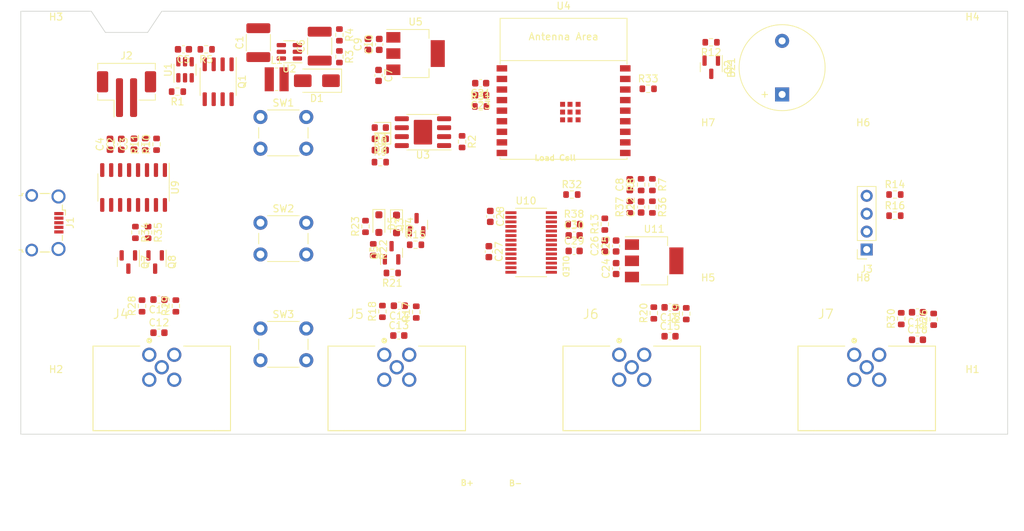
<source format=kicad_pcb>
(kicad_pcb (version 20221018) (generator pcbnew)
  (layers (0 "F.Cu" signal) (31 "B.Cu" signal) (34 "B.Paste" user) (35 "F.Paste" user) (36 "B.SilkS" user "B.Silkscreen") (37 "F.SilkS" user "F.Silkscreen") (38 "B.Mask" user) (39 "F.Mask" user) (44 "Edge.Cuts" user))
  (net 0 "")
  (net 1 "VCC")
  (net 2 "+3V3")
  (net 3 "BAT-")
  (net 4 "+5V")
  (net 5 "Net-(BZ1-+)")
  (net 6 "VBUS")
  (net 7 "SDA")
  (net 8 "RXD")
  (net 9 "TXD")
  (net 10 "PWR_EN")
  (net 11 "BTN_1")
  (net 12 "BTN_3")
  (net 13 "DOUT")
  (net 14 "GND")
  (net 15 "Net-(U1-VCC)")
  (net 16 "+3.3VA")
  (net 17 "Net-(C12-Pad2)")
  (net 18 "Net-(C13-Pad2)")
  (net 19 "A2+")
  (net 20 "A2-")
  (net 21 "Net-(C15-Pad2)")
  (net 22 "A3+")
  (net 23 "A3-")
  (net 24 "A1+")
  (net 25 "A1-")
  (net 26 "Net-(C18-Pad2)")
  (net 27 "A4+")
  (net 28 "A4-")
  (net 29 "ESP32_EN")
  (net 30 "Net-(U10-CAP_1)")
  (net 31 "Net-(U10-CAP_2)")
  (net 32 "GNDA")
  (net 33 "Net-(D1-A)")
  (net 34 "Net-(D2-K)")
  (net 35 "Net-(D2-A)")
  (net 36 "Net-(D3-K)")
  (net 37 "Net-(D3-A)")
  (net 38 "Net-(D4-K)")
  (net 39 "Net-(D4-A)")
  (net 40 "BTN_2")
  (net 41 "D-")
  (net 42 "D+")
  (net 44 "BAT+")
  (net 45 "Net-(J4-Pad3)")
  (net 46 "Net-(J4-Pad4)")
  (net 47 "Net-(J5-Pad3)")
  (net 48 "Net-(J5-Pad4)")
  (net 49 "Net-(J6-Pad3)")
  (net 50 "Net-(J6-Pad4)")
  (net 51 "Net-(J7-Pad3)")
  (net 52 "Net-(J7-Pad4)")
  (net 53 "Net-(Q1A-G1)")
  (net 54 "Net-(Q1B-G2)")
  (net 55 "Net-(Q1A-D1-Pad7)")
  (net 56 "Net-(Q2-G)")
  (net 57 "Net-(Q5-G)")
  (net 58 "Net-(Q7-G)")
  (net 59 "Net-(Q7-S)")
  (net 60 "Net-(Q8-G)")
  (net 61 "Net-(Q8-S)")
  (net 62 "ESP32_IO9")
  (net 63 "Net-(U1-CS)")
  (net 64 "Net-(U3-PROG)")
  (net 65 "Net-(U2-FB)")
  (net 66 "Net-(U9-TXD)")
  (net 67 "Net-(U9-RXD)")
  (net 68 "BUZZER")
  (net 69 "Net-(U10-~{PDWN})")
  (net 80 "MUX1")
  (net 81 "MUX0")
  (net 82 "CLK")
  (net 83 "VBUS_FB")
  (net 84 "VBAT_FB")
  (footprint "Package_TO_SOT_SMD:SOT-23-6" (layer "F.Cu") (at 123.3 48.3 90)
    (fp_text reference "U1" (at 0 -2.4 90) (layer "F.SilkS"))
    (fp_text value "FS312F-G")
    (pad "1" smd roundrect (at -1.1375 -0.95 90) (size 1.325 0.6) (layers "F.Cu" "F.Paste" "F.Mask") (net 54 "Net-(Q1B-G2)"))
    (pad "2" smd roundrect (at -1.1375 0 90) (size 1.325 0.6) (layers "F.Cu" "F.Paste" "F.Mask") (net 63 "Net-(U1-CS)"))
    (pad "3" smd roundrect (at -1.1375 0.95 90) (size 1.325 0.6) (layers "F.Cu" "F.Paste" "F.Mask") (net 53 "Net-(Q1A-G1)"))
    (pad "4" smd roundrect (at 1.1375 0.95 90) (size 1.325 0.6) (layers "F.Cu" "F.Paste" "F.Mask"))
    (pad "5" smd roundrect (at 1.1375 0 90) (size 1.325 0.6) (layers "F.Cu" "F.Paste" "F.Mask") (net 15 "Net-(U1-VCC)"))
    (pad "6" smd roundrect (at 1.1375 -0.95 90) (size 1.325 0.6) (layers "F.Cu" "F.Paste" "F.Mask") (net 3 "BAT-"))
  )
  (footprint "Resistor_SMD:R_0603_1608Metric" (layer "F.Cu") (at 186.4 67.775 90)
    (fp_text reference "R37" (at 0 -1.43 90) (layer "F.SilkS"))
    (fp_text value "100k")
    (pad "1" smd roundrect (at -0.825 0 90) (size 0.8 0.95) (layers "F.Cu" "F.Paste" "F.Mask") (net 83 "VBUS_FB"))
    (pad "2" smd roundrect (at 0.825 0 90) (size 0.8 0.95) (layers "F.Cu" "F.Paste" "F.Mask") (net 14 "GND"))
  )
  (footprint "Package_TO_SOT_SMD:SOT-23" (layer "F.Cu") (at 115.26 75.57 -90)
    (fp_text reference "Q7" (at 0 -2.4 90) (layer "F.SilkS"))
    (fp_text value "BSS138")
    (pad "1" smd roundrect (at -0.9375 -0.95 270) (size 1.475 0.6) (layers "F.Cu" "F.Paste" "F.Mask") (net 58 "Net-(Q7-G)"))
    (pad "2" smd roundrect (at -0.9375 0.95 270) (size 1.475 0.6) (layers "F.Cu" "F.Paste" "F.Mask") (net 59 "Net-(Q7-S)"))
    (pad "3" smd roundrect (at 0.9375 0 270) (size 1.475 0.6) (layers "F.Cu" "F.Paste" "F.Mask") (net 29 "ESP32_EN"))
  )
  (footprint "Capacitor_SMD:C_0603_1608Metric" (layer "F.Cu") (at 166.6 69.1 -90)
    (fp_text reference "C28" (at 0 -1.43 90) (layer "F.SilkS"))
    (fp_text value "100nF")
    (pad "1" smd roundrect (at -0.775 0 270) (size 0.9 0.95) (layers "F.Cu" "F.Paste" "F.Mask") (net 2 "+3V3"))
    (pad "2" smd roundrect (at 0.775 0 270) (size 0.9 0.95) (layers "F.Cu" "F.Paste" "F.Mask") (net 14 "GND"))
  )
  (footprint "Capacitor_SMD:C_0603_1608Metric" (layer "F.Cu") (at 182.85 73.3 90)
    (fp_text reference "C26" (at 0 -1.43 90) (layer "F.SilkS"))
    (fp_text value "100nF")
    (pad "1" smd roundrect (at -0.775 0 90) (size 0.9 0.95) (layers "F.Cu" "F.Paste" "F.Mask") (net 16 "+3.3VA"))
    (pad "2" smd roundrect (at 0.775 0 90) (size 0.9 0.95) (layers "F.Cu" "F.Paste" "F.Mask") (net 32 "GNDA"))
  )
  (footprint "Resistor_SMD:R_0603_1608Metric" (layer "F.Cu") (at 122.225 51.4 180)
    (fp_text reference "R1" (at 0 -1.43) (layer "F.SilkS"))
    (fp_text value "2k")
    (pad "1" smd roundrect (at -0.825 0 180) (size 0.8 0.95) (layers "F.Cu" "F.Paste" "F.Mask") (net 63 "Net-(U1-CS)"))
    (pad "2" smd roundrect (at 0.825 0 180) (size 0.8 0.95) (layers "F.Cu" "F.Paste" "F.Mask") (net 3 "BAT-"))
  )
  (footprint "Package_TO_SOT_SMD:SOT-23" (layer "F.Cu") (at 152.6 74.2625 90)
    (fp_text reference "Q5" (at 0 -2.4 90) (layer "F.SilkS"))
    (fp_text value "BSS138")
    (pad "1" smd roundrect (at -0.9375 -0.95 90) (size 1.475 0.6) (layers "F.Cu" "F.Paste" "F.Mask") (net 57 "Net-(Q5-G)"))
    (pad "2" smd roundrect (at -0.9375 0.95 90) (size 1.475 0.6) (layers "F.Cu" "F.Paste" "F.Mask") (net 14 "GND"))
    (pad "3" smd roundrect (at 0.9375 0 90) (size 1.475 0.6) (layers "F.Cu" "F.Paste" "F.Mask") (net 39 "Net-(D4-A)"))
  )
  (footprint "Capacitor_SMD:C_1812_4532Metric" (layer "F.Cu") (at 133.7 44.45 90)
    (fp_text reference "C1" (at 0 -2.65 90) (layer "F.SilkS"))
    (fp_text value "22uF")
    (pad "1" smd roundrect (at -2.05 0 90) (size 1.4 3.4) (layers "F.Cu" "F.Paste" "F.Mask") (roundrect_rratio 0.178571) (net 1 "VCC"))
    (pad "2" smd roundrect (at 2.05 0 90) (size 1.4 3.4) (layers "F.Cu" "F.Paste" "F.Mask") (roundrect_rratio 0.178571) (net 14 "GND"))
  )
  (footprint "Button_Switch_THT:SW_PUSH_6mm" (layer "F.Cu") (at 134 70)
    (fp_text reference "SW2" (at 3.25 -2) (layer "F.SilkS"))
    (fp_text value "SW_Push")
    (pad "1" thru_hole circle (at 0 0 90) (size 2 2) (drill 1.1) (layers "*.Cu" "*.Mask") (net 12 "BTN_3"))
    (pad "1" thru_hole circle (at 6.5 0 90) (size 2 2) (drill 1.1) (layers "*.Cu" "*.Mask") (net 12 "BTN_3"))
    (pad "2" thru_hole circle (at 0 4.5 90) (size 2 2) (drill 1.1) (layers "*.Cu" "*.Mask") (net 14 "GND"))
    (pad "2" thru_hole circle (at 6.5 4.5 90) (size 2 2) (drill 1.1) (layers "*.Cu" "*.Mask") (net 14 "GND"))
  )
  (footprint "Diode_SMD:D_0603_1608Metric" (layer "F.Cu") (at 151 56.5 180)
    (fp_text reference "D3" (at 0 -1.43) (layer "F.SilkS"))
    (fp_text value "LED GREEN")
    (pad "1" smd roundrect (at -0.7875 0 180) (size 0.875 0.95) (layers "F.Cu" "F.Paste" "F.Mask") (net 36 "Net-(D3-K)"))
    (pad "2" smd roundrect (at 0.7875 0 180) (size 0.875 0.95) (layers "F.Cu" "F.Paste" "F.Mask") (net 37 "Net-(D3-A)"))
  )
  (footprint "Connector_PinSocket_2.54mm:PinSocket_1x04_P2.54mm_Vertical" (layer "F.Cu") (at 220 73.8 180)
    (fp_text reference "J3" (at 0 -2.77) (layer "F.SilkS"))
    (fp_text value "OLDED_Screen")
    (pad "1" thru_hole rect (at 0 0 180) (size 1.7 1.7) (drill 1) (layers "*.Cu" "*.Mask") (net 14 "GND"))
    (pad "2" thru_hole oval (at 0 2.54 180) (size 1.7 1.7) (drill 1) (layers "*.Cu" "*.Mask") (net 2 "+3V3"))
    (pad "3" thru_hole oval (at 0 5.08 180) (size 1.7 1.7) (drill 1) (layers "*.Cu" "*.Mask") (net 62 "ESP32_IO9"))
    (pad "4" thru_hole oval (at 0 7.62 180) (size 1.7 1.7) (drill 1) (layers "*.Cu" "*.Mask") (net 7 "SDA"))
  )
  (footprint "Resistor_SMD:R_0603_1608Metric" (layer "F.Cu") (at 178.475 70.2)
    (fp_text reference "R38" (at 0 -1.43) (layer "F.SilkS"))
    (fp_text value "10k")
    (pad "1" smd roundrect (at -0.825 0) (size 0.8 0.95) (layers "F.Cu" "F.Paste" "F.Mask") (net 2 "+3V3"))
    (pad "2" smd roundrect (at 0.825 0) (size 0.8 0.95) (layers "F.Cu" "F.Paste" "F.Mask") (net 69 "Net-(U10-~{PDWN})"))
  )
  (footprint "Capacitor_SMD:C_0603_1608Metric" (layer "F.Cu") (at 149.25 44.7 90)
    (fp_text reference "C9" (at 0 -1.43 90) (layer "F.SilkS"))
    (fp_text value "10uF")
    (pad "1" smd roundrect (at -0.775 0 90) (size 0.9 0.95) (layers "F.Cu" "F.Paste" "F.Mask") (net 2 "+3V3"))
    (pad "2" smd roundrect (at 0.775 0 90) (size 0.9 0.95) (layers "F.Cu" "F.Paste" "F.Mask") (net 14 "GND"))
  )
  (footprint "Resistor_SMD:R_0603_1608Metric" (layer "F.Cu") (at 151 61.4)
    (fp_text reference "R9" (at 0 -1.43) (layer "F.SilkS"))
    (fp_text value "1k")
    (pad "1" smd roundrect (at -0.825 0) (size 0.8 0.95) (layers "F.Cu" "F.Paste" "F.Mask") (net 37 "Net-(D3-A)"))
    (pad "2" smd roundrect (at 0.825 0) (size 0.8 0.95) (layers "F.Cu" "F.Paste" "F.Mask") (net 6 "VBUS"))
  )
  (footprint "Loadcell:MountingHole_2mm_OLED" (layer "F.Cu") (at 219.5 81)
    (fp_text reference "H8" (at 0 -3.2) (layer "F.SilkS"))
    (fp_text value "MountingHole")
    (pad "" np_thru_hole circle (at 0 0) (size 2 2) (drill 2) (layers "*.Cu" "*.Mask"))
  )
  (footprint "Capacitor_SMD:C_0603_1608Metric" (layer "F.Cu") (at 119.6 85.6)
    (fp_text reference "C12" (at 0 -1.43) (layer "F.SilkS"))
    (fp_text value "100nF")
    (pad "1" smd roundrect (at -0.775 0) (size 0.9 0.95) (layers "F.Cu" "F.Paste" "F.Mask") (net 16 "+3.3VA"))
    (pad "2" smd roundrect (at 0.775 0) (size 0.9 0.95) (layers "F.Cu" "F.Paste" "F.Mask") (net 17 "Net-(C12-Pad2)"))
  )
  (footprint "Capacitor_SMD:C_0603_1608Metric" (layer "F.Cu") (at 112.66 58.87 90)
    (fp_text reference "C4" (at 0 -1.43 90) (layer "F.SilkS"))
    (fp_text value "100nF")
    (pad "1" smd roundrect (at -0.775 0 90) (size 0.9 0.95) (layers "F.Cu" "F.Paste" "F.Mask") (net 2 "+3V3"))
    (pad "2" smd roundrect (at 0.775 0 90) (size 0.9 0.95) (layers "F.Cu" "F.Paste" "F.Mask") (net 14 "GND"))
  )
  (footprint "Package_TO_SOT_SMD:SOT-223" (layer "F.Cu") (at 189.85 75.4)
    (fp_text reference "U11" (at 0 -4.5) (layer "F.SilkS"))
    (fp_text value "LM1117-3.3")
    (pad "1" smd rect (at -3.15 -2.3) (size 2 1.5) (layers "F.Cu" "F.Paste" "F.Mask") (net 32 "GNDA"))
    (pad "2" smd rect (at -3.15 0) (size 2 1.5) (layers "F.Cu" "F.Paste" "F.Mask") (net 16 "+3.3VA"))
    (pad "3" smd rect (at -3.15 2.3) (size 2 1.5) (layers "F.Cu" "F.Paste" "F.Mask") (net 4 "+5V"))
    (pad "4" smd rect (at 3.15 0) (size 2 3.8) (layers "F.Cu" "F.Paste" "F.Mask"))
  )
  (footprint "Resistor_SMD:R_0603_1608Metric" (layer "F.Cu") (at 194.4 82.9 90)
    (fp_text reference "R19" (at 0 -1.43 90) (layer "F.SilkS"))
    (fp_text value "1k")
    (pad "1" smd roundrect (at -0.825 0 90) (size 0.8 0.95) (layers "F.Cu" "F.Paste" "F.Mask") (net 49 "Net-(J6-Pad3)"))
    (pad "2" smd roundrect (at 0.825 0 90) (size 0.8 0.95) (layers "F.Cu" "F.Paste" "F.Mask") (net 22 "A3+"))
  )
  (footprint "Inductor_SMD:L_Wuerth_MAPI-3012" (layer "F.Cu") (at 136.3 49.65)
    (fp_text reference "L1" (at 0 -2.7) (layer "F.SilkS"))
    (fp_text value "22uH")
    (pad "1" smd rect (at -1.05 0) (size 1.3 3.4) (layers "F.Cu" "F.Paste" "F.Mask") (net 1 "VCC"))
    (pad "2" smd rect (at 1.05 0) (size 1.3 3.4) (layers "F.Cu" "F.Paste" "F.Mask") (net 33 "Net-(D1-A)"))
  )
  (footprint "Capacitor_SMD:C_0603_1608Metric" (layer "F.Cu") (at 153.7 81.775 180)
    (fp_text reference "C14" (at 0 -1.43) (layer "F.SilkS"))
    (fp_text value "100nF")
    (pad "1" smd roundrect (at -0.775 0 180) (size 0.9 0.95) (layers "F.Cu" "F.Paste" "F.Mask") (net 19 "A2+"))
    (pad "2" smd roundrect (at 0.775 0 180) (size 0.9 0.95) (layers "F.Cu" "F.Paste" "F.Mask") (net 20 "A2-"))
  )
  (footprint "Diode_SMD:D_SOD-323_HandSoldering" (layer "F.Cu") (at 153.3 70.175 -90)
    (fp_text reference "D4" (at 0 -1.85 90) (layer "F.SilkS"))
    (fp_text value "1SS355")
    (pad "1" smd roundrect (at -1.25 0 270) (size 1 1) (layers "F.Cu" "F.Paste" "F.Mask") (net 38 "Net-(D4-K)"))
    (pad "2" smd roundrect (at 1.25 0 270) (size 1 1) (layers "F.Cu" "F.Paste" "F.Mask") (net 39 "Net-(D4-A)"))
  )
  (footprint "Capacitor_SMD:C_0603_1608Metric" (layer "F.Cu") (at 165.24 51.9 180)
    (fp_text reference "C23" (at 0 -1.43) (layer "F.SilkS"))
    (fp_text value "10uF")
    (pad "1" smd roundrect (at -0.775 0 180) (size 0.9 0.95) (layers "F.Cu" "F.Paste" "F.Mask") (net 29 "ESP32_EN"))
    (pad "2" smd roundrect (at 0.775 0 180) (size 0.9 0.95) (layers "F.Cu" "F.Paste" "F.Mask") (net 14 "GND"))
  )
  (footprint "Capacitor_SMD:C_0603_1608Metric" (layer "F.Cu") (at 192.1 86.1)
    (fp_text reference "C15" (at 0 -1.43) (layer "F.SilkS"))
    (fp_text value "100nF")
    (pad "1" smd roundrect (at -0.775 0) (size 0.9 0.95) (layers "F.Cu" "F.Paste" "F.Mask") (net 16 "+3.3VA"))
    (pad "2" smd roundrect (at 0.775 0) (size 0.9 0.95) (layers "F.Cu" "F.Paste" "F.Mask") (net 21 "Net-(C15-Pad2)"))
  )
  (footprint "Resistor_SMD:R_0603_1608Metric" (layer "F.Cu") (at 197.925 44.4 180)
    (fp_text reference "R12" (at 0 -1.43) (layer "F.SilkS"))
    (fp_text value "100")
    (pad "1" smd roundrect (at -0.825 0 180) (size 0.8 0.95) (layers "F.Cu" "F.Paste" "F.Mask") (net 56 "Net-(Q2-G)"))
    (pad "2" smd roundrect (at 0.825 0 180) (size 0.8 0.95) (layers "F.Cu" "F.Paste" "F.Mask") (net 68 "BUZZER"))
  )
  (footprint "Resistor_SMD:R_0603_1608Metric" (layer "F.Cu") (at 224 66)
    (fp_text reference "R14" (at 0 -1.43) (layer "F.SilkS"))
    (fp_text value "4k7")
    (pad "1" smd roundrect (at -0.825 0) (size 0.8 0.95) (layers "F.Cu" "F.Paste" "F.Mask") (net 7 "SDA"))
    (pad "2" smd roundrect (at 0.825 0) (size 0.8 0.95) (layers "F.Cu" "F.Paste" "F.Mask") (net 2 "+3V3"))
  )
  (footprint "Resistor_SMD:R_0603_1608Metric" (layer "F.Cu") (at 151.3 82.575 90)
    (fp_text reference "R18" (at 0 -1.43 90) (layer "F.SilkS"))
    (fp_text value "1k")
    (pad "1" smd roundrect (at -0.825 0 90) (size 0.8 0.95) (layers "F.Cu" "F.Paste" "F.Mask") (net 48 "Net-(J5-Pad4)"))
    (pad "2" smd roundrect (at 0.825 0 90) (size 0.8 0.95) (layers "F.Cu" "F.Paste" "F.Mask") (net 20 "A2-"))
  )
  (footprint "Capacitor_SMD:C_0603_1608Metric" (layer "F.Cu") (at 165.24 50.2 180)
    (fp_text reference "C21" (at 0 -1.43) (layer "F.SilkS"))
    (fp_text value "100nF")
    (pad "1" smd roundrect (at -0.775 0 180) (size 0.9 0.95) (layers "F.Cu" "F.Paste" "F.Mask") (net 2 "+3V3"))
    (pad "2" smd roundrect (at 0.775 0 180) (size 0.9 0.95) (layers "F.Cu" "F.Paste" "F.Mask") (net 14 "GND"))
  )
  (footprint "Loadcell:TE_T4145015051-001" (layer "F.Cu") (at 153.3333 90.5)
    (fp_text reference "J5" (at -5.809 -7.5282) (layer "F.SilkS") (effects (font (size 1.32 1.32))))
    (fp_text value "T4145015051-001")
    (pad "" np_thru_hole circle (at -7.5 0) (size 2.4 2.4) (drill 2.4) (layers "*.Cu" "*.Mask"))
    (pad "" np_thru_hole circle (at -7.5 4) (size 2.85 2.85) (drill 2.85) (layers "*.Cu" "*.Mask"))
    (pad "" np_thru_hole circle (at 7.5 0) (size 2.4 2.4) (drill 2.4) (layers "*.Cu" "*.Mask"))
    (pad "" np_thru_hole circle (at 7.5 4) (size 2.85 2.85) (drill 2.85) (layers "*.Cu" "*.Mask"))
    (pad "1" thru_hole circle (at -1.77 -1.77) (size 2.025 2.025) (drill 1.35) (layers "*.Cu" "*.Mask") (net 16 "+3.3VA"))
    (pad "2" thru_hole circle (at 1.77 -1.77) (size 2.025 2.025) (drill 1.35) (layers "*.Cu" "*.Mask") (net 18 "Net-(C13-Pad2)"))
    (pad "3" thru_hole circle (at 1.77 1.77) (size 2.025 2.025) (drill 1.35) (layers "*.Cu" "*.Mask") (net 47 "Net-(J5-Pad3)"))
    (pad "4" thru_hole circle (at -1.77 1.77) (size 2.025 2.025) (drill 1.35) (layers "*.Cu" "*.Mask") (net 48 "Net-(J5-Pad4)"))
    (pad "5" thru_hole circle (at 0 0) (size 2.025 2.025) (drill 1.35) (layers "*.Cu" "*.Mask") (net 14 "GND"))
  )
  (footprint "Loadcell:TE_T4145015051-001" (layer "F.Cu") (at 120 90.5)
    (fp_text reference "J4" (at -5.809 -7.5282) (layer "F.SilkS") (effects (font (size 1.32 1.32))))
    (fp_text value "T4145015051-001")
    (pad "" np_thru_hole circle (at -7.5 0) (size 2.4 2.4) (drill 2.4) (layers "*.Cu" "*.Mask"))
    (pad "" np_thru_hole circle (at -7.5 4) (size 2.85 2.85) (drill 2.85) (layers "*.Cu" "*.Mask"))
    (pad "" np_thru_hole circle (at 7.5 0) (size 2.4 2.4) (drill 2.4) (layers "*.Cu" "*.Mask"))
    (pad "" np_thru_hole circle (at 7.5 4) (size 2.85 2.85) (drill 2.85) (layers "*.Cu" "*.Mask"))
    (pad "1" thru_hole circle (at -1.77 -1.77) (size 2.025 2.025) (drill 1.35) (layers "*.Cu" "*.Mask") (net 16 "+3.3VA"))
    (pad "2" thru_hole circle (at 1.77 -1.77) (size 2.025 2.025) (drill 1.35) (layers "*.Cu" "*.Mask") (net 17 "Net-(C12-Pad2)"))
    (pad "3" thru_hole circle (at 1.77 1.77) (size 2.025 2.025) (drill 1.35) (layers "*.Cu" "*.Mask") (net 45 "Net-(J4-Pad3)"))
    (pad "4" thru_hole circle (at -1.77 1.77) (size 2.025 2.025) (drill 1.35) (layers "*.Cu" "*.Mask") (net 46 "Net-(J4-Pad4)"))
    (pad "5" thru_hole circle (at 0 0) (size 2.025 2.025) (drill 1.35) (layers "*.Cu" "*.Mask") (net 14 "GND"))
  )
  (footprint "Resistor_SMD:R_0603_1608Metric" (layer "F.Cu") (at 152.7 77.125 180)
    (fp_text reference "R21" (at 0 -1.43) (layer "F.SilkS"))
    (fp_text value "10k")
    (pad "1" smd roundrect (at -0.825 0 180) (size 0.8 0.95) (layers "F.Cu" "F.Paste" "F.Mask") (net 14 "GND"))
    (pad "2" smd roundrect (at 0.825 0 180) (size 0.8 0.95) (layers "F.Cu" "F.Paste" "F.Mask") (net 57 "Net-(Q5-G)"))
  )
  (footprint "Capacitor_SMD:C_0603_1608Metric" (layer "F.Cu") (at 150.85 44.7 90)
    (fp_text reference "C10" (at 0 -1.43 90) (layer "F.SilkS"))
    (fp_text value "100nF")
    (pad "1" smd roundrect (at -0.775 0 90) (size 0.9 0.95) (layers "F.Cu" "F.Paste" "F.Mask") (net 2 "+3V3"))
    (pad "2" smd roundrect (at 0.775 0 90) (size 0.9 0.95) (layers "F.Cu" "F.Paste" "F.Mask") (net 14 "GND"))
  )
  (footprint "Connector_USB:USB_Micro-B_Wuerth_629105150521_CircularHoles" (layer "F.Cu") (at 103.5 70 -90)
    (fp_text reference "J1" (at 0 -3.5 90) (layer "F.SilkS"))
    (fp_text value "USB_B_Micro")
    (pad "" np_thru_hole circle (at -2.5 -0.8 270) (size 0.8 0.8) (drill 0.8) (layers "*.Cu" "*.Mask"))
    (pad "" np_thru_hole circle (at 2.5 -0.8 270) (size 0.8 0.8) (drill 0.8) (layers "*.Cu" "*.Mask"))
    (pad "1" smd rect (at -1.3 -1.9 270) (size 0.45 1.3) (layers "F.Cu" "F.Paste" "F.Mask") (net 6 "VBUS"))
    (pad "2" smd rect (at -0.65 -1.9 270) (size 0.45 1.3) (layers "F.Cu" "F.Paste" "F.Mask") (net 41 "D-"))
    (pad "3" smd rect (at 0 -1.9 270) (size 0.45 1.3) (layers "F.Cu" "F.Paste" "F.Mask") (net 42 "D+"))
    (pad "4" smd rect (at 0.65 -1.9 270) (size 0.45 1.3) (layers "F.Cu" "F.Paste" "F.Mask"))
    (pad "5" smd rect (at 1.3 -1.9 270) (size 0.45 1.3) (layers "F.Cu" "F.Paste" "F.Mask") (net 14 "GND"))
    (pad "6" thru_hole circle (at -3.875 1.95 270) (size 1.8 1.8) (drill 1.2) (layers "*.Cu" "*.Mask") (net 14 "GND"))
    (pad "6" thru_hole circle (at -3.725 -1.85 270) (size 2 2) (drill 1.4) (layers "*.Cu" "*.Mask") (net 14 "GND"))
    (pad "6" thru_hole circle (at 3.725 -1.85 270) (size 2 2) (drill 1.4) (layers "*.Cu" "*.Mask") (net 14 "GND"))
    (pad "6" thru_hole circle (at 3.875 1.95 270) (size 1.8 1.8) (drill 1.2) (layers "*.Cu" "*.Mask") (net 14 "GND"))
  )
  (footprint "Resistor_SMD:R_0603_1608Metric" (layer "F.Cu") (at 189.6 67.775 -90)
    (fp_text reference "R36" (at 0 -1.43 90) (layer "F.SilkS"))
    (fp_text value "390k")
    (pad "1" smd roundrect (at -0.825 0 270) (size 0.8 0.95) (layers "F.Cu" "F.Paste" "F.Mask") (net 6 "VBUS"))
    (pad "2" smd roundrect (at 0.825 0 270) (size 0.8 0.95) (layers "F.Cu" "F.Paste" "F.Mask") (net 83 "VBUS_FB"))
  )
  (footprint "Loadcell:MountingHole_2mm_OLED" (layer "F.Cu") (at 219.5 59)
    (fp_text reference "H6" (at 0 -3.2) (layer "F.SilkS"))
    (fp_text value "MountingHole")
    (pad "" np_thru_hole circle (at 0 0) (size 2 2) (drill 2) (layers "*.Cu" "*.Mask"))
  )
  (footprint "Capacitor_SMD:C_0603_1608Metric" (layer "F.Cu") (at 150.75 49.1 -90)
    (fp_text reference "C7" (at 0 -1.43 90) (layer "F.SilkS"))
    (fp_text value "10uF")
    (pad "1" smd roundrect (at -0.775 0 270) (size 0.9 0.95) (layers "F.Cu" "F.Paste" "F.Mask") (net 4 "+5V"))
    (pad "2" smd roundrect (at 0.775 0 270) (size 0.9 0.95) (layers "F.Cu" "F.Paste" "F.Mask") (net 14 "GND"))
  )
  (footprint "Loadcell:TE_T4145015051-001" (layer "F.Cu") (at 186.66666 90.5)
    (fp_text reference "J6" (at -5.809 -7.5282) (layer "F.SilkS") (effects (font (size 1.32 1.32))))
    (fp_text value "T4145015051-001")
    (pad "" np_thru_hole circle (at -7.5 0) (size 2.4 2.4) (drill 2.4) (layers "*.Cu" "*.Mask"))
    (pad "" np_thru_hole circle (at -7.5 4) (size 2.85 2.85) (drill 2.85) (layers "*.Cu" "*.Mask"))
    (pad "" np_thru_hole circle (at 7.5 0) (size 2.4 2.4) (drill 2.4) (layers "*.Cu" "*.Mask"))
    (pad "" np_thru_hole circle (at 7.5 4) (size 2.85 2.85) (drill 2.85) (layers "*.Cu" "*.Mask"))
    (pad "1" thru_hole circle (at -1.77 -1.77) (size 2.025 2.025) (drill 1.35) (layers "*.Cu" "*.Mask") (net 16 "+3.3VA"))
    (pad "2" thru_hole circle (at 1.77 -1.77) (size 2.025 2.025) (drill 1.35) (layers "*.Cu" "*.Mask") (net 21 "Net-(C15-Pad2)"))
    (pad "3" thru_hole circle (at 1.77 1.77) (size 2.025 2.025) (drill 1.35) (layers "*.Cu" "*.Mask") (net 49 "Net-(J6-Pad3)"))
    (pad "4" thru_hole circle (at -1.77 1.77) (size 2.025 2.025) (drill 1.35) (layers "*.Cu" "*.Mask") (net 50 "Net-(J6-Pad4)"))
    (pad "5" thru_hole circle (at 0 0) (size 2.025 2.025) (drill 1.35) (layers "*.Cu" "*.Mask") (net 14 "GND"))
  )
  (footprint "Capacitor_SMD:C_0603_1608Metric" (layer "F.Cu") (at 227.2 82.7 180)
    (fp_text reference "C19" (at 0 -1.43) (layer "F.SilkS"))
    (fp_text value "100nF")
    (pad "1" smd roundrect (at -0.775 0 180) (size 0.9 0.95) (layers "F.Cu" "F.Paste" "F.Mask") (net 27 "A4+"))
    (pad "2" smd roundrect (at 0.775 0 180) (size 0.9 0.95) (layers "F.Cu" "F.Paste" "F.Mask") (net 28 "A4-"))
  )
  (footprint "MountingHole:MountingHole_3.2mm_M3" (layer "F.Cu") (at 105 45)
    (fp_text reference "H3" (at 0 -4.2) (layer "F.SilkS"))
    (fp_text value "PCB Mounting hole")
    (pad "" np_thru_hole circle (at 0 0) (size 3.2 3.2) (drill 3.2) (layers "*.Cu" "*.Mask"))
  )
  (footprint "Resistor_SMD:R_0603_1608Metric" (layer "F.Cu") (at 116.26 71.37 -90)
    (fp_text reference "R34" (at 0 -1.43 90) (layer "F.SilkS"))
    (fp_text value "10k")
    (pad "1" smd roundrect (at -0.825 0 270) (size 0.8 0.95) (layers "F.Cu" "F.Paste" "F.Mask") (net 61 "Net-(Q8-S)"))
    (pad "2" smd roundrect (at 0.825 0 270) (size 0.8 0.95) (layers "F.Cu" "F.Paste" "F.Mask") (net 58 "Net-(Q7-G)"))
  )
  (footprint "Package_TO_SOT_SMD:SOT-223" (layer "F.Cu") (at 156 46)
    (fp_text reference "U5" (at 0 -4.5) (layer "F.SilkS"))
    (fp_text value "LM1117-3.3")
    (pad "1" smd rect (at -3.15 -2.3) (size 2 1.5) (layers "F.Cu" "F.Paste" "F.Mask") (net 14 "GND"))
    (pad "2" smd rect (at -3.15 0) (size 2 1.5) (layers "F.Cu" "F.Paste" "F.Mask") (net 2 "+3V3"))
    (pad "3" smd rect (at -3.15 2.3) (size 2 1.5) (layers "F.Cu" "F.Paste" "F.Mask") (net 4 "+5V"))
    (pad "4" smd rect (at 3.15 0) (size 2 3.8) (layers "F.Cu" "F.Paste" "F.Mask"))
  )
  (footprint "Resistor_SMD:R_0603_1608Metric" (layer "F.Cu") (at 119.26 58.87 90)
    (fp_text reference "R10" (at 0 -1.43 90) (layer "F.SilkS"))
    (fp_text value "470R")
    (pad "1" smd roundrect (at -0.825 0 90) (size 0.8 0.95) (layers "F.Cu" "F.Paste" "F.Mask") (net 66 "Net-(U9-TXD)"))
    (pad "2" smd roundrect (at 0.825 0 90) (size 0.8 0.95) (layers "F.Cu" "F.Paste" "F.Mask") (net 8 "RXD"))
  )
  (footprint "Capacitor_SMD:C_0603_1608Metric" (layer "F.Cu") (at 178.5 71.8)
    (fp_text reference "C30" (at 0 -1.43) (layer "F.SilkS"))
    (fp_text value "100nF")
    (pad "1" smd roundrect (at -0.775 0) (size 0.9 0.95) (layers "F.Cu" "F.Paste" "F.Mask") (net 16 "+3.3VA"))
    (pad "2" smd roundrect (at 0.775 0) (size 0.9 0.95) (layers "F.Cu" "F.Paste" "F.Mask") (net 32 "GNDA"))
  )
  (footprint "Capacitor_SMD:C_0603_1608Metric" (layer "F.Cu") (at 119.6 80.9 180)
    (fp_text reference "C17" (at 0 -1.43) (layer "F.SilkS"))
    (fp_text value "100nF")
    (pad "1" smd roundrect (at -0.775 0 180) (size 0.9 0.95) (layers "F.Cu" "F.Paste" "F.Mask") (net 24 "A1+"))
    (pad "2" smd roundrect (at 0.775 0 180) (size 0.9 0.95) (layers "F.Cu" "F.Paste" "F.Mask") (net 25 "A1-"))
  )
  (footprint "Connector_JST:JST_PH_B2B-PH-SM4-TB_1x02-1MP_P2.00mm_Vertical" (layer "F.Cu") (at 115 51.75)
    (fp_text reference "J2" (at 0 -5.45) (layer "F.SilkS"))
    (fp_text value "Battery")
    (pad "1" smd roundrect (at -1 0.5) (size 1 5.5) (layers "F.Cu" "F.Paste" "F.Mask") (net 44 "BAT+"))
    (pad "2" smd roundrect (at 1 0.5) (size 1 5.5) (layers "F.Cu" "F.Paste" "F.Mask") (net 3 "BAT-"))
    (pad "MP" smd roundrect (at -3.4 -1.75) (size 1.6 3) (layers "F.Cu" "F.Paste" "F.Mask") (roundrect_rratio 0.15625))
    (pad "MP" smd roundrect (at 3.4 -1.75) (size 1.6 3) (layers "F.Cu" "F.Paste" "F.Mask") (roundrect_rratio 0.15625))
  )
  (footprint "Package_TO_SOT_SMD:SOT-23" (layer "F.Cu") (at 156.15 70.2875 90)
    (fp_text reference "Q3" (at 0 -2.4 90) (layer "F.SilkS"))
    (fp_text value "SM2331PSA P-MOSFET")
    (pad "1" smd roundrect (at -0.9375 -0.95 90) (size 1.475 0.6) (layers "F.Cu" "F.Paste" "F.Mask") (net 39 "Net-(D4-A)"))
    (pad "2" smd roundrect (at -0.9375 0.95 90) (size 1.475 0.6) (layers "F.Cu" "F.Paste" "F.Mask") (net 44 "BAT+"))
    (pad "3" smd roundrect (at 0.9375 0 90) (size 1.475 0.6) (layers "F.Cu" "F.Paste" "F.Mask") (net 1 "VCC"))
  )
  (footprint "Capacitor_SMD:C_0603_1608Metric" (layer "F.Cu") (at 114.26 58.87 90)
    (fp_text reference "C2" (at 0 -1.43 90) (layer "F.SilkS"))
    (fp_text value "10uF")
    (pad "1" smd roundrect (at -0.775 0 90) (size 0.9 0.95) (layers "F.Cu" "F.Paste" "F.Mask") (net 2 "+3V3"))
    (pad "2" smd roundrect (at 0.775 0 90) (size 0.9 0.95) (layers "F.Cu" "F.Paste" "F.Mask") (net 14 "GND"))
  )
  (footprint "Resistor_SMD:R_0603_1608Metric" (layer "F.Cu") (at 189 51)
    (fp_text reference "R33" (at 0 -1.43) (layer "F.SilkS"))
    (fp_text value "10k")
    (pad "1" smd roundrect (at -0.825 0) (size 0.8 0.95) (layers "F.Cu" "F.Paste" "F.Mask") (net 12 "BTN_3"))
    (pad "2" smd roundrect (at 0.825 0) (size 0.8 0.95) (layers "F.Cu" "F.Paste" "F.Mask") (net 2 "+3V3"))
  )
  (footprint "Resistor_SMD:R_0603_1608Metric" (layer "F.Cu") (at 151 59.7)
    (fp_text reference "R6" (at 0 -1.43) (layer "F.SilkS"))
    (fp_text value "1k")
    (pad "1" smd roundrect (at -0.825 0) (size 0.8 0.95) (layers "F.Cu" "F.Paste" "F.Mask") (net 35 "Net-(D2-A)"))
    (pad "2" smd roundrect (at 0.825 0) (size 0.8 0.95) (layers "F.Cu" "F.Paste" "F.Mask") (net 6 "VBUS"))
  )
  (footprint "Resistor_SMD:R_0603_1608Metric" (layer "F.Cu") (at 145.2 46.45 -90)
    (fp_text reference "R3" (at 0 -1.43 90) (layer "F.SilkS"))
    (fp_text value "7.5k")
    (pad "1" smd roundrect (at -0.825 0 270) (size 0.8 0.95) (layers "F.Cu" "F.Paste" "F.Mask") (net 65 "Net-(U2-FB)"))
    (pad "2" smd roundrect (at 0.825 0 270) (size 0.8 0.95) (layers "F.Cu" "F.Paste" "F.Mask") (net 4 "+5V"))
  )
  (footprint "Resistor_SMD:R_0603_1608Metric" (layer "F.Cu") (at 165.24 53.5)
    (fp_text reference "R31" (at 0 -1.43) (layer "F.SilkS"))
    (fp_text value "10k")
    (pad "1" smd roundrect (at -0.825 0) (size 0.8 0.95) (layers "F.Cu" "F.Paste" "F.Mask") (net 2 "+3V3"))
    (pad "2" smd roundrect (at 0.825 0) (size 0.8 0.95) (layers "F.Cu" "F.Paste" "F.Mask") (net 29 "ESP32_EN"))
  )
  (footprint "Resistor_SMD:R_0603_1608Metric" (layer "F.Cu") (at 188 64.6 90)
    (fp_text reference "R8" (at 0 -1.43 90) (layer "F.SilkS"))
    (fp_text value "100k")
    (pad "1" smd roundrect (at -0.825 0 90) (size 0.8 0.95) (layers "F.Cu" "F.Paste" "F.Mask") (net 84 "VBAT_FB"))
    (pad "2" smd roundrect (at 0.825 0 90) (size 0.8 0.95) (layers "F.Cu" "F.Paste" "F.Mask") (net 14 "GND"))
  )
  (footprint "Package_TO_SOT_SMD:SOT-23" (layer "F.Cu") (at 197.95 47.9375 -90)
    (fp_text reference "Q2" (at 0 -2.4 90) (layer "F.SilkS"))
    (fp_text value "BSS138")
    (pad "1" smd roundrect (at -0.9375 -0.95 270) (size 1.475 0.6) (layers "F.Cu" "F.Paste" "F.Mask") (net 56 "Net-(Q2-G)"))
    (pad "2" smd roundrect (at -0.9375 0.95 270) (size 1.475 0.6) (layers "F.Cu" "F.Paste" "F.Mask") (net 14 "GND"))
    (pad "3" smd roundrect (at 0.9375 0 270) (size 1.475 0.6) (layers "F.Cu" "F.Paste" "F.Mask") (net 5 "Net-(BZ1-+)"))
  )
  (footprint "MountingHole:MountingHole_3.2mm_M3" (layer "F.Cu") (at 105 95)
    (fp_text reference "H2" (at 0 -4.2) (layer "F.SilkS"))
    (fp_text value "PCB Mounting hole")
    (pad "" np_thru_hole circle (at 0 0) (size 3.2 3.2) (drill 3.2) (layers "*.Cu" "*.Mask"))
  )
  (footprint "Resistor_SMD:R_0603_1608Metric" (layer "F.Cu") (at 156 73.125)
    (fp_text reference "R15" (at 0 -1.43) (layer "F.SilkS"))
    (fp_text value "100k")
    (pad "1" smd roundrect (at -0.825 0) (size 0.8 0.95) (layers "F.Cu" "F.Paste" "F.Mask") (net 39 "Net-(D4-A)"))
    (pad "2" smd roundrect (at 0.825 0) (size 0.8 0.95) (layers "F.Cu" "F.Paste" "F.Mask") (net 44 "BAT+"))
  )
  (footprint "Resistor_SMD:R_0603_1608Metric" (layer "F.Cu") (at 162.6 58.5 -90)
    (fp_text reference "R2" (at 0 -1.43 90) (layer "F.SilkS"))
    (fp_text value "2k")
    (pad "1" smd roundrect (at -0.825 0 270) (size 0.8 0.95) (layers "F.Cu" "F.Paste" "F.Mask") (net 64 "Net-(U3-PROG)"))
    (pad "2" smd roundrect (at 0.825 0 270) (size 0.8 0.95) (layers "F.Cu" "F.Paste" "F.Mask") (net 14 "GND"))
  )
  (footprint "Diode_SMD:D_SMA" (layer "F.Cu") (at 142 49.85 180)
    (fp_text reference "D1" (at 0 -2.5) (layer "F.SilkS"))
    (fp_text value "SS34")
    (pad "1" smd roundrect (at -2 0 180) (size 2.5 1.8) (layers "F.Cu" "F.Paste" "F.Mask") (roundrect_rratio 0.1388888889) (net 4 "+5V"))
    (pad "2" smd roundrect (at 2 0 180) (size 2.5 1.8) (layers "F.Cu" "F.Paste" "F.Mask") (roundrect_rratio 0.1388888889) (net 33 "Net-(D1-A)"))
  )
  (footprint "Resistor_SMD:R_0603_1608Metric" (layer "F.Cu") (at 148.9 70.525 90)
    (fp_text reference "R23" (at 0 -1.43 90) (layer "F.SilkS"))
    (fp_text value "100k")
    (pad "1" smd roundrect (at -0.825 0 90) (size 0.8 0.95) (layers "F.Cu" "F.Paste" "F.Mask") (net 40 "BTN_2"))
    (pad "2" smd roundrect (at 0.825 0 90) (size 0.8 0.95) (layers "F.Cu" "F.Paste" "F.Mask") (net 2 "+3V3"))
  )
  (footprint "Resistor_SMD:R_0603_1608Metric" (layer "F.Cu") (at 178.175 66)
    (fp_text reference "R32" (at 0 -1.43) (layer "F.SilkS"))
    (fp_text value "10k")
    (pad "1" smd roundrect (at -0.825 0) (size 0.8 0.95) (layers "F.Cu" "F.Paste" "F.Mask") (net 2 "+3V3"))
    (pad "2" smd roundrect (at 0.825 0) (size 0.8 0.95) (layers "F.Cu" "F.Paste" "F.Mask") (net 11 "BTN_1"))
  )
  (footprint "Resistor_SMD:R_0603_1608Metric" (layer "F.Cu") (at 117.2 81.8 90)
    (fp_text reference "R28" (at 0 -1.43 90) (layer "F.SilkS"))
    (fp_text value "1k")
    (pad "1" smd roundrect (at -0.825 0 90) (size 0.8 0.95) (layers "F.Cu" "F.Paste" "F.Mask") (net 46 "Net-(J4-Pad4)"))
    (pad "2" smd roundrect (at 0.825 0 90) (size 0.8 0.95) (layers "F.Cu" "F.Paste" "F.Mask") (net 25 "A1-"))
  )
  (footprint "Capacitor_SMD:C_0603_1608Metric" (layer "F.Cu") (at 178.5 74)
    (fp_text reference "C29" (at 0 -1.43) (layer "F.SilkS"))
    (fp_text value "100nF")
    (pad "1" smd roundrect (at -0.775 0) (size 0.9 0.95) (layers "F.Cu" "F.Paste" "F.Mask") (net 16 "+3.3VA"))
    (pad "2" smd roundrect (at 0.775 0) (size 0.9 0.95) (layers "F.Cu" "F.Paste" "F.Mask") (net 32 "GNDA"))
  )
  (footprint "MountingHole:MountingHole_3.2mm_M3" (layer "F.Cu") (at 235 95)
    (fp_text reference "H1" (at 0 -4.2) (layer "F.SilkS"))
    (fp_text value "PCB Mounting hole")
    (pad "" np_thru_hole circle (at 0 0) (size 3.2 3.2) (drill 3.2) (layers "*.Cu" "*.Mask"))
  )
  (footprint "Resistor_SMD:R_0603_1608Metric" (layer "F.Cu") (at 118.06 71.37 -90)
    (fp_text reference "R35" (at 0 -1.43 90) (layer "F.SilkS"))
    (fp_text value "10k")
    (pad "1" smd roundrect (at -0.825 0 270) (size 0.8 0.95) (layers "F.Cu" "F.Paste" "F.Mask") (net 59 "Net-(Q7-S)"))
    (pad "2" smd roundrect (at 0.825 0 270) (size 0.8 0.95) (layers "F.Cu" "F.Paste" "F.Mask") (net 60 "Net-(Q8-G)"))
  )
  (footprint "Diode_SMD:D_SOD-323_HandSoldering" (layer "F.Cu") (at 150.8 70.125 -90)
    (fp_text reference "D5" (at 0 -1.85 90) (layer "F.SilkS"))
    (fp_text value "1SS355")
    (pad "1" smd roundrect (at -1.25 0 270) (size 1 1) (layers "F.Cu" "F.Paste" "F.Mask") (net 38 "Net-(D4-K)"))
    (pad "2" smd roundrect (at 1.25 0 270) (size 1 1) (layers "F.Cu" "F.Paste" "F.Mask") (net 40 "BTN_2"))
  )
  (footprint "Resistor_SMD:R_0603_1608Metric" (layer "F.Cu") (at 156.1 82.675 90)
    (fp_text reference "R17" (at 0 -1.43 90) (layer "F.SilkS"))
    (fp_text value "1k")
    (pad "1" smd roundrect (at -0.825 0 90) (size 0.8 0.95) (layers "F.Cu" "F.Paste" "F.Mask") (net 47 "Net-(J5-Pad3)"))
    (pad "2" smd roundrect (at 0.825 0 90) (size 0.8 0.95) (layers "F.Cu" "F.Paste" "F.Mask") (net 19 "A2+"))
  )
  (footprint "Capacitor_SMD:C_0603_1608Metric" (layer "F.Cu") (at 123.075 45.4 180)
    (fp_text reference "C5" (at 0 -1.43) (layer "F.SilkS"))
    (fp_text value "100nF")
    (pad "1" smd roundrect (at -0.775 0 180) (size 0.9 0.95) (layers "F.Cu" "F.Paste" "F.Mask") (net 15 "Net-(U1-VCC)"))
    (pad "2" smd roundrect (at 0.775 0 180) (size 0.9 0.95) (layers "F.Cu" "F.Paste" "F.Mask") (net 3 "BAT-"))
  )
  (footprint "Resistor_SMD:R_0603_1608Metric" (layer "F.Cu") (at 229.5 83.7 90)
    (fp_text reference "R26" (at 0 -1.43 90) (layer "F.SilkS"))
    (fp_text value "1k")
    (pad "1" smd roundrect (at -0.825 0 90) (size 0.8 0.95) (layers "F.Cu" "F.Paste" "F.Mask") (net 51 "Net-(J7-Pad3)"))
    (pad "2" smd roundrect (at 0.825 0 90) (size 0.8 0.95) (layers "F.Cu" "F.Paste" "F.Mask") (net 27 "A4+"))
  )
  (footprint "Loadcell:SOP8-PP" (layer "F.Cu") (at 157.04826 57.14986 180)
    (fp_text reference "U3" (at 0 -3.24) (layer "F.SilkS"))
    (fp_text value "TP4056")
    (pad "1" smd roundrect (at -3 -1.905 180) (size 2 0.7) (layers "F.Cu" "F.Paste" "F.Mask") (net 14 "GND"))
    (pad "2" smd roundrect (at -3 -0.635 180) (size 2 0.7) (layers "F.Cu" "F.Paste" "F.Mask") (net 64 "Net-(U3-PROG)"))
    (pad "3" smd roundrect (at -3 0.635 180) (size 2 0.7) (layers "F.Cu" "F.Paste" "F.Mask") (net 14 "GND"))
    (pad "4" smd roundrect (at -3 1.905 180) (size 2 0.7) (layers "F.Cu" "F.Paste" "F.Mask") (net 6 "VBUS"))
    (pad "5" smd roundrect (at 3 1.905 180) (size 2 0.7) (layers "F.Cu" "F.Paste" "F.Mask") (net 44 "BAT+"))
    (pad "6" smd roundrect (at 3 0.635 180) (size 2 0.7) (layers "F.Cu" "F.Paste" "F.Mask") (net 36 "Net-(D3-K)"))
    (pad "7" smd roundrect (at 3 -0.635 180) (size 2 0.7) (layers "F.Cu" "F.Paste" "F.Mask") (net 34 "Net-(D2-K)"))
    (pad "8" smd roundrect (at 3 -1.905 180) (size 2 0.7) (layers "F.Cu" "F.Paste" "F.Mask") (net 6 "VBUS"))
    (pad "9" smd roundrect (at 0 0 180) (size 2.6 3.5) (layers "F.Cu" "F.Mask") (roundrect_rratio 0.056))
  )
  (footprint "Loadcell:TE_T4145015051-001" (layer "F.Cu") (at 220 90.5)
    (fp_text reference "J7" (at -5.809 -7.5282) (layer "F.SilkS") (effects (font (size 1.32 1.32))))
    (fp_text value "T4145015051-001")
    (pad "" np_thru_hole circle (at -7.5 0) (size 2.4 2.4) (drill 2.4) (layers "*.Cu" "*.Mask"))
    (pad "" np_thru_hole circle (at -7.5 4) (size 2.85 2.85) (drill 2.85) (layers "*.Cu" "*.Mask"))
    (pad "" np_thru_hole circle (at 7.5 0) (size 2.4 2.4) (drill 2.4) (layers "*.Cu" "*.Mask"))
    (pad "" np_thru_hole circle (at 7.5 4) (size 2.85 2.85) (drill 2.85) (layers "*.Cu" "*.Mask"))
    (pad "1" thru_hole circle (at -1.77 -1.77) (size 2.025 2.025) (drill 1.35) (layers "*.Cu" "*.Mask") (net 16 "+3.3VA"))
    (pad "2" thru_hole circle (at 1.77 -1.77) (size 2.025 2.025) (drill 1.35) (layers "*.Cu" "*.Mask") (net 26 "Net-(C18-Pad2)"))
    (pad "3" thru_hole circle (at 1.77 1.77) (size 2.025 2.025) (drill 1.35) (layers "*.Cu" "*.Mask") (net 51 "Net-(J7-Pad3)"))
    (pad "4" thru_hole circle (at -1.77 1.77) (size 2.025 2.025) (drill 1.35) (layers "*.Cu" "*.Mask") (net 52 "Net-(J7-Pad4)"))
    (pad "5" thru_hole circle (at 0 0) (size 2.025 2.025) (drill 1.35) (layers "*.Cu" "*.Mask") (net 14 "GND"))
  )
  (footprint "Buzzer_Beeper:Buzzer_12x9.5RM7.6" (layer "F.Cu") (at 208 51.8 90)
    (fp_text reference "BZ1" (at 3.8 -7.2 90) (layer "F.SilkS"))
    (fp_text value "Buzzer")
    (fp_text user "+" (at -0.01 -2.54 90) (layer "F.SilkS"))
    (pad "1" thru_hole rect (at 0 0 90) (size 2 2) (drill 1) (layers "*.Cu" "*.Mask") (net 4 "+5V"))
    (pad "2" thru_hole circle (at 7.6 0 90) (size 2 2) (drill 1) (layers "*.Cu" "*.Mask") (net 5 "Net-(BZ1-+)"))
  )
  (footprint "Resistor_SMD:R_0603_1608Metric" (layer "F.Cu") (at 224 69)
    (fp_text reference "R16" (at 0 -1.43) (layer "F.SilkS"))
    (fp_text value "4k7")
    (pad "1" smd roundrect (at -0.825 0) (size 0.8 0.95) (layers "F.Cu" "F.Paste" "F.Mask") (net 62 "ESP32_IO9"))
    (pad "2" smd roundrect (at 0.825 0) (size 0.8 0.95) (layers "F.Cu" "F.Paste" "F.Mask") (net 2 "+3V3"))
  )
  (footprint "Capacitor_SMD:C_0603_1608Metric" (layer "F.Cu") (at 192.1 82 180)
    (fp_text reference "C16" (at 0 -1.43) (layer "F.SilkS"))
    (fp_text value "100nF")
    (pad "1" smd roundrect (at -0.775 0 180) (size 0.9 0.95) (layers "F.Cu" "F.Paste" "F.Mask") (net 22 "A3+"))
    (pad "2" smd roundrect (at 0.775 0 180) (size 0.9 0.95) (layers "F.Cu" "F.Paste" "F.Mask") (net 23 "A3-"))
  )
  (footprint "Resistor_SMD:R_0603_1608Metric" (layer "F.Cu") (at 117.66 58.87 90)
    (fp_text reference "R11" (at 0 -1.43 90) (layer "F.SilkS"))
    (fp_text value "470R")
    (pad "1" smd roundrect (at -0.825 0 90) (size 0.8 0.95) (layers "F.Cu" "F.Paste" "F.Mask") (net 67 "Net-(U9-RXD)"))
    (pad "2" smd roundrect (at 0.825 0 90) (size 0.8 0.95) (layers "F.Cu" "F.Paste" "F.Mask") (net 9 "TXD"))
  )
  (footprint "Capacitor_SMD:C_0603_1608Metric" (layer "F.Cu") (at 184.45 73.3 90)
    (fp_text reference "C25" (at 0 -1.43 90) (layer "F.SilkS"))
    (fp_text value "10uF")
    (pad "1" smd roundrect (at -0.775 0 90) (size 0.9 0.95) (layers "F.Cu" "F.Paste" "F.Mask") (net 16 "+3.3VA"))
    (pad "2" smd roundrect (at 0.775 0 90) (size 0.9 0.95) (layers "F.Cu" "F.Paste" "F.Mask") (net 32 "GNDA"))
  )
  (footprint "Resistor_SMD:R_0603_1608Metric" (layer "F.Cu") (at 189.8 82.8 90)
    (fp_text reference "R20" (at 0 -1.43 90) (layer "F.SilkS"))
    (fp_text value "1k")
    (pad "1" smd roundrect (at -0.825 0 90) (size 0.8 0.95) (layers "F.Cu" "F.Paste" "F.Mask") (net 50 "Net-(J6-Pad4)"))
    (pad "2" smd roundrect (at 0.825 0 90) (size 0.8 0.95) (layers "F.Cu" "F.Paste" "F.Mask") (net 23 "A3-"))
  )
  (footprint "Loadcell:SOP65P640X120-28N" (layer "F.Cu") (at 172.4 72.8)
    (fp_text reference "U10" (at -0.73 -5.912) (layer "F.SilkS"))
    (fp_text value "ADS1234IPW")
    (pad "1" smd roundrect (at -2.87 -4.225) (size 1.57 0.41) (layers "F.Cu" "F.Paste" "F.Mask") (roundrect_rratio 0.05) (net 2 "+3V3"))
    (pad "2" smd roundrect (at -2.87 -3.575) (size 1.57 0.41) (layers "F.Cu" "F.Paste" "F.Mask") (roundrect_rratio 0.05) (net 14 "GND"))
    (pad "3" smd roundrect (at -2.87 -2.925) (size 1.57 0.41) (layers "F.Cu" "F.Paste" "F.Mask") (roundrect_rratio 0.05) (net 14 "GND"))
    (pad "4" smd roundrect (at -2.87 -2.275) (size 1.57 0.41) (layers "F.Cu" "F.Paste" "F.Mask") (roundrect_rratio 0.05))
    (pad "5" smd roundrect (at -2.87 -1.625) (size 1.57 0.41) (layers "F.Cu" "F.Paste" "F.Mask") (roundrect_rratio 0.05) (net 14 "GND"))
    (pad "6" smd roundrect (at -2.87 -0.975) (size 1.57 0.41) (layers "F.Cu" "F.Paste" "F.Mask") (roundrect_rratio 0.05) (net 14 "GND"))
    (pad "7" smd roundrect (at -2.87 -0.325) (size 1.57 0.41) (layers "F.Cu" "F.Paste" "F.Mask") (roundrect_rratio 0.05) (net 80 "MUX1"))
    (pad "8" smd roundrect (at -2.87 0.325) (size 1.57 0.41) (layers "F.Cu" "F.Paste" "F.Mask") (roundrect_rratio 0.05) (net 81 "MUX0"))
    (pad "9" smd roundrect (at -2.87 0.975) (size 1.57 0.41) (layers "F.Cu" "F.Paste" "F.Mask") (roundrect_rratio 0.05) (net 30 "Net-(U10-CAP_1)"))
    (pad "10" smd roundrect (at -2.87 1.625) (size 1.57 0.41) (layers "F.Cu" "F.Paste" "F.Mask") (roundrect_rratio 0.05) (net 31 "Net-(U10-CAP_2)"))
    (pad "11" smd roundrect (at -2.87 2.275) (size 1.57 0.41) (layers "F.Cu" "F.Paste" "F.Mask") (roundrect_rratio 0.05) (net 24 "A1+"))
    (pad "12" smd roundrect (at -2.87 2.925) (size 1.57 0.41) (layers "F.Cu" "F.Paste" "F.Mask") (roundrect_rratio 0.05) (net 25 "A1-"))
    (pad "13" smd roundrect (at -2.87 3.575) (size 1.57 0.41) (layers "F.Cu" "F.Paste" "F.Mask") (roundrect_rratio 0.05) (net 22 "A3+"))
    (pad "14" smd roundrect (at -2.87 4.225) (size 1.57 0.41) (layers "F.Cu" "F.Paste" "F.Mask") (roundrect_rratio 0.05) (net 23 "A3-"))
    (pad "15" smd roundrect (at 2.87 4.225) (size 1.57 0.41) (layers "F.Cu" "F.Paste" "F.Mask") (roundrect_rratio 0.05) (net 28 "A4-"))
    (pad "16" smd roundrect (at 2.87 3.575) (size 1.57 0.41) (layers "F.Cu" "F.Paste" "F.Mask") (roundrect_rratio 0.05) (net 27 "A4+"))
    (pad "17" smd roundrect (at 2.87 2.925) (size 1.57 0.41) (layers "F.Cu" "F.Paste" "F.Mask") (roundrect_rratio 0.05) (net 20 "A2-"))
    (pad "18" smd roundrect (at 2.87 2.275) (size 1.57 0.41) (layers "F.Cu" "F.Paste" "F.Mask") (roundrect_rratio 0.05) (net 19 "A2+"))
    (pad "19" smd roundrect (at 2.87 1.625) (size 1.57 0.41) (layers "F.Cu" "F.Paste" "F.Mask") (roundrect_rratio 0.05) (net 32 "GNDA"))
    (pad "20" smd roundrect (at 2.87 0.975) (size 1.57 0.41) (layers "F.Cu" "F.Paste" "F.Mask") (roundrect_rratio 0.05) (net 16 "+3.3VA"))
    (pad "21" smd roundrect (at 2.87 0.325) (size 1.57 0.41) (layers "F.Cu" "F.Paste" "F.Mask") (roundrect_rratio 0.05) (net 32 "GNDA"))
    (pad "22" smd roundrect (at 2.87 -0.325) (size 1.57 0.41) (layers "F.Cu" "F.Paste" "F.Mask") (roundrect_rratio 0.05) (net 16 "+3.3VA"))
    (pad "23" smd roundrect (at 2.87 -0.975) (size 1.57 0.41) (layers "F.Cu" "F.Paste" "F.Mask") (roundrect_rratio 0.05) (net 2 "+3V3"))
    (pad "24" smd roundrect (at 2.87 -1.625) (size 1.57 0.41) (layers "F.Cu" "F.Paste" "F.Mask") (roundrect_rratio 0.05) (net 2 "+3V3"))
    (pad "25" smd roundrect (at 2.87 -2.275) (size 1.57 0.41) (layers "F.Cu" "F.Paste" "F.Mask") (roundrect_rratio 0.05) (net 2 "+3V3"))
    (pad "26" smd roundrect (at 2.87 -2.925) (size 1.57 0.41) (layers "F.Cu" "F.Paste" "F.Mask") (roundrect_rratio 0.05) (net 69 "Net-(U10-~{PDWN})"))
    (pad "27" smd roundrect (at 2.87 -3.575) (size 1.57 0.41) (layers "F.Cu" "F.Paste" "F.Mask") (roundrect_rratio 0.05) (net 82 "CLK"))
    (pad "28" smd roundrect (at 2.87 -4.225) (size 1.57 0.41) (layers "F.Cu" "F.Paste" "F.Mask") (roundrect_rratio 0.05) (net 13 "DOUT"))
  )
  (footprint "Capacitor_SMD:C_0603_1608Metric" (layer "F.Cu") (at 188 67.775 90)
    (fp_text reference "C22" (at 0 -1.43 90) (layer "F.SilkS"))
    (fp_text value "100nF")
    (pad "1" smd roundrect (at -0.775 0 90) (size 0.9 0.95) (layers "F.Cu" "F.Paste" "F.Mask") (net 83 "VBUS_FB"))
    (pad "2" smd roundrect (at 0.775 0 90) (size 0.9 0.95) (layers "F.Cu" "F.Paste" "F.Mask") (net 14 "GND"))
  )
  (footprint "Package_TO_SOT_SMD:SOT-23-6" (layer "F.Cu") (at 138.1 45.75 180)
    (fp_text reference "U2" (at 0 -2.4) (layer "F.SilkS"))
    (fp_text value "MT3608")
    (pad "1" smd roundrect (at -1.1375 -0.95 180) (size 1.325 0.6) (layers "F.Cu" "F.Paste" "F.Mask") (net 33 "Net-(D1-A)"))
    (pad "2" smd roundrect (at -1.1375 0 180) (size 1.325 0.6) (layers "F.Cu" "F.Paste" "F.Mask") (net 14 "GND"))
    (pad "3" smd roundrect (at -1.1375 0.95 180) (size 1.325 0.6) (layers "F.Cu" "F.Paste" "F.Mask") (net 65 "Net-(U2-FB)"))
    (pad "4" smd roundrect (at 1.1375 0.95 180) (size 1.325 0.6) (layers "F.Cu" "F.Paste" "F.Mask") (net 1 "VCC"))
    (pad "5" smd roundrect (at 1.1375 0 180) (size 1.325 0.6) (layers "F.Cu" "F.Paste" "F.Mask") (net 1 "VCC"))
    (pad "6" smd roundrect (at 1.1375 -0.95 180) (size 1.325 0.6) (layers "F.Cu" "F.Paste" "F.Mask"))
  )
  (footprint "Loadcell:ESP32-C3-WROOM-02" (layer "F.Cu") (at 177 54)
    (fp_text reference "U4" (at 0 -14.75) (layer "F.SilkS"))
    (fp_text value "ESP32-C3-WROOM-02")
    (fp_text user "Antenna Area" (at 0 -10.4) (layer "F.SilkS"))
    (pad "1" smd rect (at -8.75 -5.9) (size 1.5 0.9) (layers "F.Cu" "F.Paste" "F.Mask") (net 2 "+3V3"))
    (pad "2" smd rect (at -8.75 -4.4) (size 1.5 0.9) (layers "F.Cu" "F.Paste" "F.Mask") (net 29 "ESP32_EN"))
    (pad "3" smd rect (at -8.75 -2.9) (size 1.5 0.9) (layers "F.Cu" "F.Paste" "F.Mask") (net 81 "MUX0"))
    (pad "4" smd rect (at -8.75 -1.4) (size 1.5 0.9) (layers "F.Cu" "F.Paste" "F.Mask") (net 80 "MUX1"))
    (pad "5" smd rect (at -8.75 0.1) (size 1.5 0.9) (layers "F.Cu" "F.Paste" "F.Mask") (net 82 "CLK"))
    (pad "6" smd rect (at -8.75 1.6) (size 1.5 0.9) (layers "F.Cu" "F.Paste" "F.Mask") (net 13 "DOUT"))
    (pad "7" smd rect (at -8.75 3.1) (size 1.5 0.9) (layers "F.Cu" "F.Paste" "F.Mask") (net 7 "SDA"))
    (pad "8" smd rect (at -8.75 4.6) (size 1.5 0.9) (layers "F.Cu" "F.Paste" "F.Mask") (net 62 "ESP32_IO9"))
    (pad "9" smd rect (at -8.75 6.1) (size 1.5 0.9) (layers "F.Cu" "F.Paste" "F.Mask") (net 14 "GND"))
    (pad "10" smd rect (at 8.75 6.1 180) (size 1.5 0.9) (layers "F.Cu" "F.Paste" "F.Mask") (net 68 "BUZZER"))
    (pad "11" smd rect (at 8.75 4.6 180) (size 1.5 0.9) (layers "F.Cu" "F.Paste" "F.Mask") (net 8 "RXD"))
    (pad "12" smd rect (at 8.75 3.1 180) (size 1.5 0.9) (layers "F.Cu" "F.Paste" "F.Mask") (net 9 "TXD"))
    (pad "13" smd rect (at 8.75 1.6 180) (size 1.5 0.9) (layers "F.Cu" "F.Paste" "F.Mask") (net 40 "BTN_2"))
    (pad "14" smd rect (at 8.75 0.1 180) (size 1.5 0.9) (layers "F.Cu" "F.Paste" "F.Mask") (net 10 "PWR_EN"))
    (pad "15" smd rect (at 8.75 -1.4 180) (size 1.5 0.9) (layers "F.Cu" "F.Paste" "F.Mask") (net 11 "BTN_1"))
    (pad "16" smd rect (at 8.75 -2.9 180) (size 1.5 0.9) (layers "F.Cu" "F.Paste" "F.Mask") (net 12 "BTN_3"))
    (pad "17" smd rect (at 8.75 -4.4 180) (size 1.5 0.9) (layers "F.Cu" "F.Paste" "F.Mask") (net 83 "VBUS_FB"))
    (pad "18" smd rect (at 8.75 -5.9 180) (size 1.5 0.9) (layers "F.Cu" "F.Paste" "F.Mask") (net 84 "VBAT_FB"))
    (pad "19" smd rect (at -0.14 -0.8 180) (size 0.7 0.7) (layers "F.Cu" "F.Paste" "F.Mask") (net 14 "GND"))
    (pad "19" smd rect (at -0.14 0.3 180) (size 0.7 0.7) (layers "F.Cu" "F.Paste" "F.Mask") (net 14 "GND"))
    (pad "19" smd rect (at -0.14 1.4 180) (size 0.7 0.7) (layers "F.Cu" "F.Paste" "F.Mask") (net 14 "GND"))
    (pad "19" smd rect (at 0.91 -0.8 180) (size 0.7 0.7) (layers "F.Cu" "F.Paste" "F.Mask") (net 14 "GND"))
    (pad "19" smd rect (at 0.91 0.3 180) (size 0.7 0.7) (layers "F.Cu" "F.Paste" "F.Mask") (net 14 "GND"))
    (pad "19" smd rect (at 0.91 1.4 180) (size 0.7 0.7) (layers "F.Cu" "F.Paste" "F.Mask") (net 14 "GND"))
    (pad "19" smd rect (at 2.06 -0.8 180) (size 0.7 0.7) (layers "F.Cu" "F.Paste" "F.Mask") (net 14 "GND"))
    (pad "19" smd rect (at 2.06 0.3 180) (size 0.7 0.7) (layers "F.Cu" "F.Paste" "F.Mask") (net 14 "GND"))
    (pad "19" smd rect (at 2.06 1.4 180) (size 0.7 0.7) (layers "F.Cu" "F.Paste" "F.Mask") (net 14 "GND"))
  )
  (footprint "Resistor_SMD:R_0603_1608Metric" (layer "F.Cu") (at 182.85 70.2 90)
    (fp_text reference "R13" (at 0 -1.43 90) (layer "F.SilkS"))
    (fp_text value "0R")
    (pad "1" smd roundrect (at -0.825 0 90) (size 0.8 0.95) (layers "F.Cu" "F.Paste" "F.Mask") (net 32 "GNDA"))
    (pad "2" smd roundrect (at 0.825 0 90) (size 0.8 0.95) (layers "F.Cu" "F.Paste" "F.Mask") (net 14 "GND"))
  )
  (footprint "Button_Switch_THT:SW_PUSH_6mm" (layer "F.Cu") (at 134 85)
    (fp_text reference "SW3" (at 3.25 -2) (layer "F.SilkS"))
    (fp_text value "SW_Push")
    (pad "1" thru_hole circle (at 0 0 90) (size 2 2) (drill 1.1) (layers "*.Cu" "*.Mask") (net 38 "Net-(D4-K)"))
    (pad "1" thru_hole circle (at 6.5 0 90) (size 2 2) (drill 1.1) (layers "*.Cu" "*.Mask") (net 38 "Net-(D4-K)"))
    (pad "2" thru_hole circle (at 0 4.5 90) (size 2 2) (drill 1.1) (layers "*.Cu" "*.Mask") (net 14 "GND"))
    (pad "2" thru_hole circle (at 6.5 4.5 90) (size 2 2) (drill 1.1) (layers "*.Cu" "*.Mask") (net 14 "GND"))
  )
  (footprint "Resistor_SMD:R_0603_1608Metric" (layer "F.Cu") (at 122 81.8 90)
    (fp_text reference "R29" (at 0 -1.43 90) (layer "F.SilkS"))
    (fp_text value "1k")
    (pad "1" smd roundrect (at -0.825 0 90) (size 0.8 0.95) (layers "F.Cu" "F.Paste" "F.Mask") (net 45 "Net-(J4-Pad3)"))
    (pad "2" smd roundrect (at 0.825 0 90) (size 0.8 0.95) (layers "F.Cu" "F.Paste" "F.Mask") (net 24 "A1+"))
  )
  (footprint "Capacitor_SMD:C_1812_4532Metric" (layer "F.Cu") (at 142.4 44.95 90)
    (fp_text reference "C6" (at 0 -2.65 90) (layer "F.SilkS"))
    (fp_text value "22uF")
    (pad "1" smd roundrect (at -2.05 0 90) (size 1.4 3.4) (layers "F.Cu" "F.Paste" "F.Mask") (roundrect_rratio 0.178571) (net 4 "+5V"))
    (pad "2" smd roundrect (at 2.05 0 90) (size 1.4 3.4) (layers "F.Cu" "F.Paste" "F.Mask") (roundrect_rratio 0.178571) (net 14 "GND"))
  )
  (footprint "Loadcell:MountingHole_2mm_OLED" (layer "F.Cu") (at 197.5 59)
    (fp_text reference "H7" (at 0 -3.2) (layer "F.SilkS"))
    (fp_text value "MountingHole")
    (pad "" np_thru_hole circle (at 0 0) (size 2 2) (drill 2) (layers "*.Cu" "*.Mask"))
  )
  (footprint "Resistor_SMD:R_0603_1608Metric" (layer "F.Cu") (at 145.2 43.35 -90)
    (fp_text reference "R4" (at 0 -1.43 90) (layer "F.SilkS"))
    (fp_text value "1k")
    (pad "1" smd roundrect (at -0.825 0 270) (size 0.8 0.95) (layers "F.Cu" "F.Paste" "F.Mask") (net 14 "GND"))
    (pad "2" smd roundrect (at 0.825 0 270) (size 0.8 0.95) (layers "F.Cu" "F.Paste" "F.Mask") (net 65 "Net-(U2-FB)"))
  )
  (footprint "Capacitor_SMD:C_0603_1608Metric" (layer "F.Cu") (at 166.4 74.1 -90)
    (fp_text reference "C27" (at 0 -1.43 90) (layer "F.SilkS"))
    (fp_text value "100nF")
    (pad "1" smd roundrect (at -0.775 0 270) (size 0.9 0.95) (layers "F.Cu" "F.Paste" "F.Mask") (net 30 "Net-(U10-CAP_1)"))
    (pad "2" smd roundrect (at 0.775 0 270) (size 0.9 0.95) (layers "F.Cu" "F.Paste" "F.Mask") (net 31 "Net-(U10-CAP_2)"))
  )
  (footprint "Package_TO_SOT_SMD:SOT-23" (layer "F.Cu") (at 119.06 75.57 -90)
    (fp_text reference "Q8" (at 0 -2.4 90) (layer "F.SilkS"))
    (fp_text value "BSS138")
    (pad "1" smd roundrect (at -0.9375 -0.95 270) (size 1.475 0.6) (layers "F.Cu" "F.Paste" "F.Mask") (net 60 "Net-(Q8-G)"))
    (pad "2" smd roundrect (at -0.9375 0.95 270) (size 1.475 0.6) (layers "F.Cu" "F.Paste" "F.Mask") (net 61 "Net-(Q8-S)"))
    (pad "3" smd roundrect (at 0.9375 0 270) (size 1.475 0.6) (layers "F.Cu" "F.Paste" "F.Mask") (net 62 "ESP32_IO9"))
  )
  (footprint "Package_SO:SOIC-8_3.9x4.9mm_P1.27mm" (layer "F.Cu") (at 128 50 -90)
    (fp_text reference "Q1" (at 0 -3.4 90) (layer "F.SilkS"))
    (fp_text value "FDS6892A")
    (pad "1" smd roundrect (at -2.475 -1.905 270) (size 1.95 0.6) (layers "F.Cu" "F.Paste" "F.Mask") (net 14 "GND"))
    (pad "2" smd roundrect (at -2.475 -0.635 270) (size 1.95 0.6) (layers "F.Cu" "F.Paste" "F.Mask") (net 53 "Net-(Q1A-G1)"))
    (pad "3" smd roundrect (at -2.475 0.635 270) (size 1.95 0.6) (layers "F.Cu" "F.Paste" "F.Mask") (net 3 "BAT-"))
    (pad "4" smd roundrect (at -2.475 1.905 270) (size 1.95 0.6) (layers "F.Cu" "F.Paste" "F.Mask") (net 54 "Net-(Q1B-G2)"))
    (pad "5" smd roundrect (at 2.475 1.905 270) (size 1.95 0.6) (layers "F.Cu" "F.Paste" "F.Mask") (net 55 "Net-(Q1A-D1-Pad7)"))
    (pad "6" smd roundrect (at 2.475 0.635 270) (size 1.95 0.6) (layers "F.Cu" "F.Paste" "F.Mask") (net 55 "Net-(Q1A-D1-Pad7)"))
    (pad "7" smd roundrect (at 2.475 -0.635 270) (size 1.95 0.6) (layers "F.Cu" "F.Paste" "F.Mask") (net 55 "Net-(Q1A-D1-Pad7)"))
    (pad "8" smd roundrect (at 2.475 -1.905 270) (size 1.95 0.6) (layers "F.Cu" "F.Paste" "F.Mask") (net 55 "Net-(Q1A-D1-Pad7)"))
  )
  (footprint "Capacitor_SMD:C_0603_1608Metric" (layer "F.Cu") (at 116.06 58.845 90)
    (fp_text reference "C3" (at 0 -1.43 90) (layer "F.SilkS"))
    (fp_text value "100nF")
    (pad "1" smd roundrect (at -0.775 0 90) (size 0.9 0.95) (layers "F.Cu" "F.Paste" "F.Mask") (net 2 "+3V3"))
    (pad "2" smd roundrect (at 0.775 0 90) (size 0.9 0.95) (layers "F.Cu" "F.Paste" "F.Mask") (net 14 "GND"))
  )
  (footprint "Package_SO:SOIC-16_3.9x9.9mm_P1.27mm" (layer "F.Cu") (at 116 65 -90)
    (fp_text reference "U9" (at 0 -5.9 90) (layer "F.SilkS"))
    (fp_text value "CH340C")
    (pad "1" smd roundrect (at -2.475 -4.445 270) (size 1.95 0.6) (layers "F.Cu" "F.Paste" "F.Mask") (net 14 "GND"))
    (pad "2" smd roundrect (at -2.475 -3.175 270) (size 1.95 0.6) (layers "F.Cu" "F.Paste" "F.Mask") (net 66 "Net-(U9-TXD)"))
    (pad "3" smd roundrect (at -2.475 -1.905 270) (size 1.95 0.6) (layers "F.Cu" "F.Paste" "F.Mask") (net 67 "Net-(U9-RXD)"))
    (pad "4" smd roundrect (at -2.475 -0.635 270) (size 1.95 0.6) (layers "F.Cu" "F.Paste" "F.Mask") (net 2 "+3V3"))
    (pad "5" smd roundrect (at -2.475 0.635 270) (size 1.95 0.6) (layers "F.Cu" "F.Paste" "F.Mask") (net 42 "D+"))
    (pad "6" smd roundrect (at -2.475 1.905 270) (size 1.95 0.6) (layers "F.Cu" "F.Paste" "F.Mask") (net 41 "D-"))
    (pad "7" smd roundrect (at -2.475 3.175 270) (size 1.95 0.6) (layers "F.Cu" "F.Paste" "F.Mask"))
    (pad "8" smd roundrect (at -2.475 4.445 270) (size 1.95 0.6) (layers "F.Cu" "F.Paste" "F.Mask"))
    (pad "9" smd roundrect (at 2.475 4.445 270) (size 1.95 0.6) (layers "F.Cu" "F.Paste" "F.Mask"))
    (pad "10" smd roundrect (at 2.475 3.175 270) (size 1.95 0.6) (layers "F.Cu" "F.Paste" "F.Mask"))
    (pad "11" smd roundrect (at 2.475 1.905 270) (size 1.95 0.6) (layers "F.Cu" "F.Paste" "F.Mask"))
    (pad "12" smd roundrect (at 2.475 0.635 270) (size 1.95 0.6) (layers "F.Cu" "F.Paste" "F.Mask"))
    (pad "13" smd roundrect (at 2.475 -0.635 270) (size 1.95 0.6) (layers "F.Cu" "F.Paste" "F.Mask") (net 61 "Net-(Q8-S)"))
    (pad "14" smd roundrect (at 2.475 -1.905 270) (size 1.95 0.6) (layers "F.Cu" "F.Paste" "F.Mask") (net 59 "Net-(Q7-S)"))
    (pad "15" smd roundrect (at 2.475 -3.175 270) (size 1.95 0.6) (layers "F.Cu" "F.Paste" "F.Mask"))
    (pad "16" smd roundrect (at 2.475 -4.445 270) (size 1.95 0.6) (layers "F.Cu" "F.Paste" "F.Mask") (net 2 "+3V3"))
  )
  (footprint "Capacitor_SMD:C_0603_1608Metric" (layer "F.Cu") (at 184.45 76.5 90)
    (fp_text reference "C24" (at 0 -1.43 90) (layer "F.SilkS"))
    (fp_text value "10uF")
    (pad "1" smd roundrect (at -0.775 0 90) (size 0.9 0.95) (layers "F.Cu" "F.Paste" "F.Mask") (net 4 "+5V"))
    (pad "2" smd roundrect (at 0.775 0 90) (size 0.9 0.95) (layers "F.Cu" "F.Paste" "F.Mask") (net 32 "GNDA"))
  )
  (footprint "MountingHole:MountingHole_3.2mm_M3" (layer "F.Cu") (at 235 45)
    (fp_text reference "H4" (at 0 -4.2) (layer "F.SilkS"))
    (fp_text value "PCB Mounting hole")
    (pad "" np_thru_hole circle (at 0 0) (size 3.2 3.2) (drill 3.2) (layers "*.Cu" "*.Mask"))
  )
  (footprint "Resistor_SMD:R_0603_1608Metric" (layer "F.Cu") (at 224.9 83.6 90)
    (fp_text reference "R30" (at 0 -1.43 90) (layer "F.SilkS"))
    (fp_text value "1k")
    (pad "1" smd roundrect (at -0.825 0 90) (size 0.8 0.95) (layers "F.Cu" "F.Paste" "F.Mask") (net 52 "Net-(J7-Pad4)"))
    (pad "2" smd roundrect (at 0.825 0 90) (size 0.8 0.95) (layers "F.Cu" "F.Paste" "F.Mask") (net 28 "A4-"))
  )
  (footprint "Button_Switch_THT:SW_PUSH_6mm" (layer "F.Cu") (at 134 55)
    (fp_text reference "SW1" (at 3.25 -2) (layer "F.SilkS"))
    (fp_text value "SW_Push")
    (pad "1" thru_hole circle (at 0 0 90) (size 2 2) (drill 1.1) (layers "*.Cu" "*.Mask") (net 11 "BTN_1"))
    (pad "1" thru_hole circle (at 6.5 0 90) (size 2 2) (drill 1.1) (layers "*.Cu" "*.Mask") (net 11 "BTN_1"))
    (pad "2" thru_hole circle (at 0 4.5 90) (size 2 2) (drill 1.1) (layers "*.Cu" "*.Mask") (net 14 "GND"))
    (pad "2" thru_hole circle (at 6.5 4.5 90) (size 2 2) (drill 1.1) (layers "*.Cu" "*.Mask") (net 14 "GND"))
  )
  (footprint "Capacitor_SMD:C_0603_1608Metric" (layer "F.Cu") (at 186.4 64.6 90)
    (fp_text reference "C8" (at 0 -1.43 90) (layer "F.SilkS"))
    (fp_text value "100nF")
    (pad "1" smd roundrect (at -0.775 0 90) (size 0.9 0.95) (layers "F.Cu" "F.Paste" "F.Mask") (net 84 "VBAT_FB"))
    (pad "2" smd roundrect (at 0.775 0 90) (size 0.9 0.95) (layers "F.Cu" "F.Paste" "F.Mask") (net 14 "GND"))
  )
  (footprint "Loadcell:MountingHole_2mm_OLED" (layer "F.Cu") (at 197.5 81)
    (fp_text reference "H5" (at 0 -3.2) (layer "F.SilkS"))
    (fp_text value "MountingHole")
    (pad "" np_thru_hole circle (at 0 0) (size 2 2) (drill 2) (layers "*.Cu" "*.Mask"))
  )
  (footprint "Resistor_SMD:R_0603_1608Metric" (layer "F.Cu") (at 126.3 45.4 180)
    (fp_text reference "R5" (at 0 -1.43) (layer "F.SilkS"))
    (fp_text value "100")
    (pad "1" smd roundrect (at -0.825 0 180) (size 0.8 0.95) (layers "F.Cu" "F.Paste" "F.Mask") (net 44 "BAT+"))
    (pad "2" smd roundrect (at 0.825 0 180) (size 0.8 0.95) (layers "F.Cu" "F.Paste" "F.Mask") (net 15 "Net-(U1-VCC)"))
  )
  (footprint "Resistor_SMD:R_0603_1608Metric" (layer "F.Cu") (at 150 73.825 -90)
    (fp_text reference "R22" (at 0 -1.43 90) (layer "F.SilkS"))
    (fp_text value "100")
    (pad "1" smd roundrect (at -0.825 0 270) (size 0.8 0.95) (layers "F.Cu" "F.Paste" "F.Mask") (net 10 "PWR_EN"))
    (pad "2" smd roundrect (at 0.825 0 270) (size 0.8 0.95) (layers "F.Cu" "F.Paste" "F.Mask") (net 57 "Net-(Q5-G)"))
  )
  (footprint "Capacitor_SMD:C_0603_1608Metric" (layer "F.Cu") (at 153.625 86)
    (fp_text reference "C13" (at 0 -1.43) (layer "F.SilkS"))
    (fp_text value "100nF")
    (pad "1" smd roundrect (at -0.775 0) (size 0.9 0.95) (layers "F.Cu" "F.Paste" "F.Mask") (net 16 "+3.3VA"))
    (pad "2" smd roundrect (at 0.775 0) (size 0.9 0.95) (layers "F.Cu" "F.Paste" "F.Mask") (net 18 "Net-(C13-Pad2)"))
  )
  (footprint "Capacitor_SMD:C_0603_1608Metric" (layer "F.Cu") (at 227.2 86.6)
    (fp_text reference "C18" (at 0 -1.43) (layer "F.SilkS"))
    (fp_text value "100nF")
    (pad "1" smd roundrect (at -0.775 0) (size 0.9 0.95) (layers "F.Cu" "F.Paste" "F.Mask") (net 16 "+3.3VA"))
    (pad "2" smd roundrect (at 0.775 0) (size 0.9 0.95) (layers "F.Cu" "F.Paste" "F.Mask") (net 26 "Net-(C18-Pad2)"))
  )
  (footprint "Resistor_SMD:R_0603_1608Metric" (layer "F.Cu") (at 189.6 64.6 -90)
    (fp_text reference "R7" (at 0 -1.43 90) (layer "F.SilkS"))
    (fp_text value "390k")
    (pad "1" smd roundrect (at -0.825 0 270) (size 0.8 0.95) (layers "F.Cu" "F.Paste" "F.Mask") (net 1 "VCC"))
    (pad "2" smd roundrect (at 0.825 0 270) (size 0.8 0.95) (layers "F.Cu" "F.Paste" "F.Mask") (net 84 "VBAT_FB"))
  )
  (footprint "Diode_SMD:D_0603_1608Metric" (layer "F.Cu") (at 151 58.1 180)
    (fp_text reference "D2" (at 0 -1.43) (layer "F.SilkS"))
    (fp_text value "LED RED")
    (pad "1" smd roundrect (at -0.7875 0 180) (size 0.875 0.95) (layers "F.Cu" "F.Paste" "F.Mask") (net 34 "Net-(D2-K)"))
    (pad "2" smd roundrect (at 0.7875 0 180) (size 0.875 0.95) (layers "F.Cu" "F.Paste" "F.Mask") (net 35 "Net-(D2-A)"))
  )
  (gr_line (start 100 40) (end 100 100) (stroke (width 0.1)) (layer "Edge.Cuts"))
  (gr_line (start 110 40) (end 100 40) (stroke (width 0.1)) (layer "Edge.Cuts"))
  (gr_line (start 100 100) (end 240 100) (stroke (width 0.1)) (layer "Edge.Cuts"))
  (gr_line (start 240 100) (end 240 40) (stroke (width 0.1)) (layer "Edge.Cuts"))
  (gr_line (start 112 43) (end 118 43) (stroke (width 0.1)) (layer "Edge.Cuts"))
  (gr_line (start 240 40) (end 120 40) (stroke (width 0.1)) (layer "Edge.Cuts"))
  (gr_line (start 118 43) (end 120 40) (stroke (width 0.1)) (layer "Edge.Cuts"))
  (gr_line (start 110 40) (end 112 43) (stroke (width 0.1)) (layer "Edge.Cuts"))
  (gr_text "B-" (at 170.18 106.95) (layer "F.SilkS") (effects (font (size 0.8128 0.8128) (thickness 0.1524))))
  (gr_text "Load Cell" (at 175.815 60.805) (layer "F.SilkS") (effects (font (size 0.8128 0.8128) (thickness 0.1524))))
  (gr_text "B+" (at 163.33 106.9) (layer "F.SilkS") (effects (font (size 0.8128 0.8128) (thickness 0.1524))))
  (gr_text "OLED" (at 177.315 76.205 270) (layer "F.SilkS") (effects (font (size 0.8128 0.8128) (thickness 0.1524))))
)
</source>
